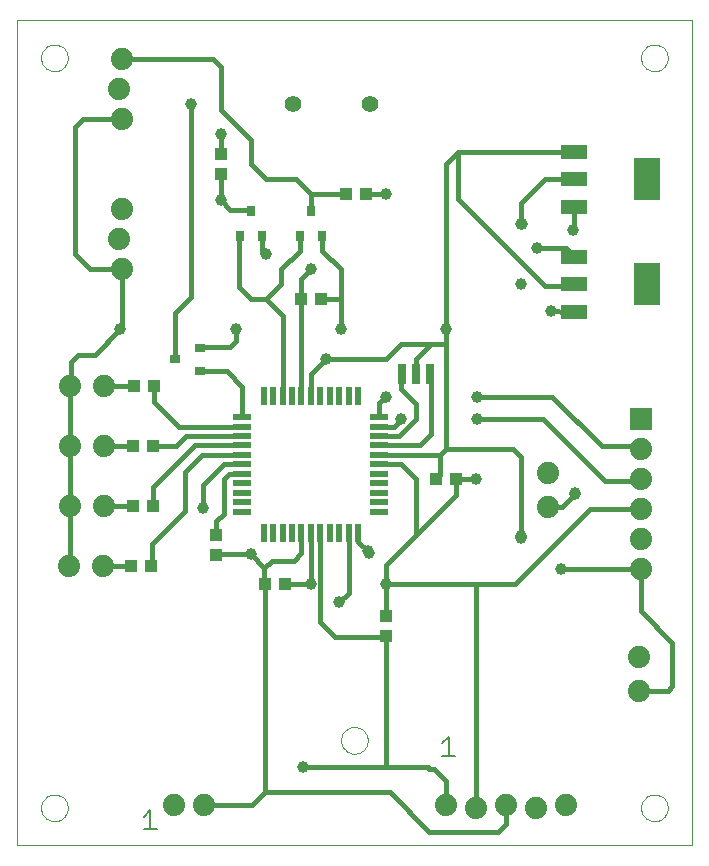
<source format=gtl>
G75*
G70*
%OFA0B0*%
%FSLAX24Y24*%
%IPPOS*%
%LPD*%
%AMOC8*
5,1,8,0,0,1.08239X$1,22.5*
%
%ADD10C,0.0000*%
%ADD11C,0.0060*%
%ADD12R,0.0591X0.0197*%
%ADD13R,0.0197X0.0591*%
%ADD14R,0.0433X0.0394*%
%ADD15R,0.0276X0.0669*%
%ADD16C,0.0554*%
%ADD17R,0.0394X0.0433*%
%ADD18R,0.0315X0.0354*%
%ADD19R,0.0354X0.0315*%
%ADD20C,0.0740*%
%ADD21R,0.0880X0.0480*%
%ADD22R,0.0866X0.1417*%
%ADD23R,0.0740X0.0740*%
%ADD24C,0.0160*%
%ADD25C,0.0396*%
D10*
X000100Y000100D02*
X000100Y027600D01*
X022600Y027600D01*
X022600Y000100D01*
X000100Y000100D01*
X000905Y001350D02*
X000907Y001392D01*
X000913Y001433D01*
X000922Y001474D01*
X000936Y001513D01*
X000953Y001551D01*
X000974Y001587D01*
X000997Y001622D01*
X001024Y001653D01*
X001054Y001683D01*
X001087Y001709D01*
X001122Y001732D01*
X001158Y001752D01*
X001197Y001768D01*
X001237Y001780D01*
X001277Y001789D01*
X001319Y001794D01*
X001360Y001795D01*
X001402Y001792D01*
X001443Y001785D01*
X001484Y001774D01*
X001523Y001760D01*
X001560Y001742D01*
X001596Y001721D01*
X001630Y001696D01*
X001661Y001668D01*
X001689Y001638D01*
X001715Y001605D01*
X001737Y001569D01*
X001756Y001532D01*
X001771Y001493D01*
X001783Y001453D01*
X001791Y001412D01*
X001795Y001371D01*
X001795Y001329D01*
X001791Y001288D01*
X001783Y001247D01*
X001771Y001207D01*
X001756Y001168D01*
X001737Y001131D01*
X001715Y001095D01*
X001689Y001062D01*
X001661Y001032D01*
X001630Y001004D01*
X001596Y000979D01*
X001560Y000958D01*
X001523Y000940D01*
X001484Y000926D01*
X001443Y000915D01*
X001402Y000908D01*
X001360Y000905D01*
X001319Y000906D01*
X001277Y000911D01*
X001237Y000920D01*
X001197Y000932D01*
X001158Y000948D01*
X001122Y000968D01*
X001087Y000991D01*
X001054Y001017D01*
X001024Y001047D01*
X000997Y001078D01*
X000974Y001113D01*
X000953Y001149D01*
X000936Y001187D01*
X000922Y001226D01*
X000913Y001267D01*
X000907Y001308D01*
X000905Y001350D01*
X010905Y003600D02*
X010907Y003642D01*
X010913Y003683D01*
X010922Y003724D01*
X010936Y003763D01*
X010953Y003801D01*
X010974Y003837D01*
X010997Y003872D01*
X011024Y003903D01*
X011054Y003933D01*
X011087Y003959D01*
X011122Y003982D01*
X011158Y004002D01*
X011197Y004018D01*
X011237Y004030D01*
X011277Y004039D01*
X011319Y004044D01*
X011360Y004045D01*
X011402Y004042D01*
X011443Y004035D01*
X011484Y004024D01*
X011523Y004010D01*
X011560Y003992D01*
X011596Y003971D01*
X011630Y003946D01*
X011661Y003918D01*
X011689Y003888D01*
X011715Y003855D01*
X011737Y003819D01*
X011756Y003782D01*
X011771Y003743D01*
X011783Y003703D01*
X011791Y003662D01*
X011795Y003621D01*
X011795Y003579D01*
X011791Y003538D01*
X011783Y003497D01*
X011771Y003457D01*
X011756Y003418D01*
X011737Y003381D01*
X011715Y003345D01*
X011689Y003312D01*
X011661Y003282D01*
X011630Y003254D01*
X011596Y003229D01*
X011560Y003208D01*
X011523Y003190D01*
X011484Y003176D01*
X011443Y003165D01*
X011402Y003158D01*
X011360Y003155D01*
X011319Y003156D01*
X011277Y003161D01*
X011237Y003170D01*
X011197Y003182D01*
X011158Y003198D01*
X011122Y003218D01*
X011087Y003241D01*
X011054Y003267D01*
X011024Y003297D01*
X010997Y003328D01*
X010974Y003363D01*
X010953Y003399D01*
X010936Y003437D01*
X010922Y003476D01*
X010913Y003517D01*
X010907Y003558D01*
X010905Y003600D01*
X020905Y001350D02*
X020907Y001392D01*
X020913Y001433D01*
X020922Y001474D01*
X020936Y001513D01*
X020953Y001551D01*
X020974Y001587D01*
X020997Y001622D01*
X021024Y001653D01*
X021054Y001683D01*
X021087Y001709D01*
X021122Y001732D01*
X021158Y001752D01*
X021197Y001768D01*
X021237Y001780D01*
X021277Y001789D01*
X021319Y001794D01*
X021360Y001795D01*
X021402Y001792D01*
X021443Y001785D01*
X021484Y001774D01*
X021523Y001760D01*
X021560Y001742D01*
X021596Y001721D01*
X021630Y001696D01*
X021661Y001668D01*
X021689Y001638D01*
X021715Y001605D01*
X021737Y001569D01*
X021756Y001532D01*
X021771Y001493D01*
X021783Y001453D01*
X021791Y001412D01*
X021795Y001371D01*
X021795Y001329D01*
X021791Y001288D01*
X021783Y001247D01*
X021771Y001207D01*
X021756Y001168D01*
X021737Y001131D01*
X021715Y001095D01*
X021689Y001062D01*
X021661Y001032D01*
X021630Y001004D01*
X021596Y000979D01*
X021560Y000958D01*
X021523Y000940D01*
X021484Y000926D01*
X021443Y000915D01*
X021402Y000908D01*
X021360Y000905D01*
X021319Y000906D01*
X021277Y000911D01*
X021237Y000920D01*
X021197Y000932D01*
X021158Y000948D01*
X021122Y000968D01*
X021087Y000991D01*
X021054Y001017D01*
X021024Y001047D01*
X020997Y001078D01*
X020974Y001113D01*
X020953Y001149D01*
X020936Y001187D01*
X020922Y001226D01*
X020913Y001267D01*
X020907Y001308D01*
X020905Y001350D01*
X020905Y026350D02*
X020907Y026392D01*
X020913Y026433D01*
X020922Y026474D01*
X020936Y026513D01*
X020953Y026551D01*
X020974Y026587D01*
X020997Y026622D01*
X021024Y026653D01*
X021054Y026683D01*
X021087Y026709D01*
X021122Y026732D01*
X021158Y026752D01*
X021197Y026768D01*
X021237Y026780D01*
X021277Y026789D01*
X021319Y026794D01*
X021360Y026795D01*
X021402Y026792D01*
X021443Y026785D01*
X021484Y026774D01*
X021523Y026760D01*
X021560Y026742D01*
X021596Y026721D01*
X021630Y026696D01*
X021661Y026668D01*
X021689Y026638D01*
X021715Y026605D01*
X021737Y026569D01*
X021756Y026532D01*
X021771Y026493D01*
X021783Y026453D01*
X021791Y026412D01*
X021795Y026371D01*
X021795Y026329D01*
X021791Y026288D01*
X021783Y026247D01*
X021771Y026207D01*
X021756Y026168D01*
X021737Y026131D01*
X021715Y026095D01*
X021689Y026062D01*
X021661Y026032D01*
X021630Y026004D01*
X021596Y025979D01*
X021560Y025958D01*
X021523Y025940D01*
X021484Y025926D01*
X021443Y025915D01*
X021402Y025908D01*
X021360Y025905D01*
X021319Y025906D01*
X021277Y025911D01*
X021237Y025920D01*
X021197Y025932D01*
X021158Y025948D01*
X021122Y025968D01*
X021087Y025991D01*
X021054Y026017D01*
X021024Y026047D01*
X020997Y026078D01*
X020974Y026113D01*
X020953Y026149D01*
X020936Y026187D01*
X020922Y026226D01*
X020913Y026267D01*
X020907Y026308D01*
X020905Y026350D01*
X000905Y026350D02*
X000907Y026392D01*
X000913Y026433D01*
X000922Y026474D01*
X000936Y026513D01*
X000953Y026551D01*
X000974Y026587D01*
X000997Y026622D01*
X001024Y026653D01*
X001054Y026683D01*
X001087Y026709D01*
X001122Y026732D01*
X001158Y026752D01*
X001197Y026768D01*
X001237Y026780D01*
X001277Y026789D01*
X001319Y026794D01*
X001360Y026795D01*
X001402Y026792D01*
X001443Y026785D01*
X001484Y026774D01*
X001523Y026760D01*
X001560Y026742D01*
X001596Y026721D01*
X001630Y026696D01*
X001661Y026668D01*
X001689Y026638D01*
X001715Y026605D01*
X001737Y026569D01*
X001756Y026532D01*
X001771Y026493D01*
X001783Y026453D01*
X001791Y026412D01*
X001795Y026371D01*
X001795Y026329D01*
X001791Y026288D01*
X001783Y026247D01*
X001771Y026207D01*
X001756Y026168D01*
X001737Y026131D01*
X001715Y026095D01*
X001689Y026062D01*
X001661Y026032D01*
X001630Y026004D01*
X001596Y025979D01*
X001560Y025958D01*
X001523Y025940D01*
X001484Y025926D01*
X001443Y025915D01*
X001402Y025908D01*
X001360Y025905D01*
X001319Y025906D01*
X001277Y025911D01*
X001237Y025920D01*
X001197Y025932D01*
X001158Y025948D01*
X001122Y025968D01*
X001087Y025991D01*
X001054Y026017D01*
X001024Y026047D01*
X000997Y026078D01*
X000974Y026113D01*
X000953Y026149D01*
X000936Y026187D01*
X000922Y026226D01*
X000913Y026267D01*
X000907Y026308D01*
X000905Y026350D01*
D11*
X014494Y003721D02*
X014494Y003080D01*
X014707Y003080D02*
X014280Y003080D01*
X014280Y003507D02*
X014494Y003721D01*
X004757Y000630D02*
X004330Y000630D01*
X004544Y000630D02*
X004544Y001271D01*
X004330Y001057D01*
D12*
X007617Y011225D03*
X007617Y011540D03*
X007617Y011855D03*
X007617Y012170D03*
X007617Y012485D03*
X007617Y012800D03*
X007617Y013115D03*
X007617Y013430D03*
X007617Y013745D03*
X007617Y014060D03*
X007617Y014375D03*
X012183Y014375D03*
X012183Y014060D03*
X012183Y013745D03*
X012183Y013430D03*
X012183Y013115D03*
X012183Y012800D03*
X012183Y012485D03*
X012183Y012170D03*
X012183Y011855D03*
X012183Y011540D03*
X012183Y011225D03*
D13*
X011475Y010517D03*
X011160Y010517D03*
X010845Y010517D03*
X010530Y010517D03*
X010215Y010517D03*
X009900Y010517D03*
X009585Y010517D03*
X009270Y010517D03*
X008955Y010517D03*
X008640Y010517D03*
X008325Y010517D03*
X008325Y015083D03*
X008640Y015083D03*
X008955Y015083D03*
X009270Y015083D03*
X009585Y015083D03*
X009900Y015083D03*
X010215Y015083D03*
X010530Y015083D03*
X010845Y015083D03*
X011160Y015083D03*
X011475Y015083D03*
D14*
X014065Y012300D03*
X014735Y012300D03*
X010235Y018300D03*
X009565Y018300D03*
X011065Y021800D03*
X011735Y021800D03*
X004685Y015400D03*
X004015Y015400D03*
X003965Y013400D03*
X004635Y013400D03*
X004635Y011400D03*
X003965Y011400D03*
X003915Y009400D03*
X004585Y009400D03*
X008365Y008800D03*
X009035Y008800D03*
D15*
X012928Y015800D03*
X013400Y015800D03*
X013872Y015800D03*
D16*
X011880Y024800D03*
X009320Y024800D03*
D17*
X006900Y023135D03*
X006900Y022465D03*
X006750Y010435D03*
X006750Y009765D03*
X012400Y007735D03*
X012400Y007065D03*
D18*
X010274Y020406D03*
X009900Y021233D03*
X009526Y020406D03*
X008274Y020406D03*
X007526Y020406D03*
X007900Y021233D03*
D19*
X006194Y016674D03*
X006194Y015926D03*
X005367Y016300D03*
D20*
X003020Y015400D03*
X001880Y015400D03*
X001880Y013400D03*
X003020Y013400D03*
X003020Y011400D03*
X001880Y011400D03*
X001830Y009400D03*
X002970Y009400D03*
X005350Y001450D03*
X006350Y001450D03*
X014400Y001450D03*
X015400Y001350D03*
X016400Y001450D03*
X017400Y001350D03*
X018400Y001450D03*
X020850Y005230D03*
X020850Y006370D03*
X020900Y009300D03*
X020900Y010300D03*
X020900Y011300D03*
X020900Y012300D03*
X020900Y013300D03*
X017800Y012520D03*
X017800Y011380D03*
X003600Y019300D03*
X003500Y020300D03*
X003600Y021300D03*
X003600Y024300D03*
X003500Y025300D03*
X003600Y026300D03*
D21*
X018680Y023210D03*
X018680Y022300D03*
X018680Y021390D03*
X018680Y019710D03*
X018680Y018800D03*
X018680Y017890D03*
D22*
X021120Y018800D03*
X021120Y022300D03*
D23*
X020900Y014300D03*
D24*
X020800Y013400D02*
X020900Y013300D01*
X020800Y013400D02*
X019600Y013400D01*
X017950Y015050D01*
X015450Y015050D01*
X015450Y014300D02*
X017650Y014300D01*
X019700Y012250D01*
X020800Y012250D01*
X020900Y012300D01*
X020900Y011300D02*
X019200Y011300D01*
X016700Y008800D01*
X015450Y008800D01*
X015400Y008750D01*
X015400Y001350D01*
X014400Y001450D02*
X014400Y002250D01*
X014000Y002650D01*
X013850Y002650D01*
X013800Y002700D01*
X012400Y002700D01*
X009650Y002700D01*
X008365Y001865D02*
X012535Y001865D01*
X013850Y000550D01*
X016150Y000550D01*
X016400Y000800D01*
X016400Y001450D01*
X016450Y001400D01*
X012400Y002700D02*
X012400Y007065D01*
X012385Y007050D01*
X010700Y007050D01*
X010215Y007535D01*
X010215Y010517D01*
X009900Y010517D02*
X009900Y008800D01*
X009035Y008800D01*
X008365Y008800D02*
X008365Y001865D01*
X007950Y001450D01*
X006350Y001450D01*
X010850Y008200D02*
X011160Y008510D01*
X011160Y010517D01*
X011475Y010517D02*
X011475Y010225D01*
X011800Y009900D01*
X011850Y009850D01*
X012400Y009450D02*
X013400Y010450D01*
X014735Y011785D01*
X014735Y012300D01*
X015400Y012300D01*
X014400Y013300D02*
X016650Y013300D01*
X016900Y013050D01*
X016900Y010350D01*
X017800Y011380D02*
X018280Y011380D01*
X018700Y011800D01*
X018250Y009300D02*
X020900Y009300D01*
X020900Y007900D01*
X021950Y006850D01*
X021950Y005400D01*
X021800Y005250D01*
X020870Y005250D01*
X020850Y005230D01*
X015450Y008800D02*
X012400Y008800D01*
X012400Y009450D01*
X012400Y008800D02*
X012400Y007735D01*
X013400Y010450D02*
X013400Y012300D01*
X012900Y012800D01*
X012183Y012800D01*
X012183Y013115D02*
X014215Y013115D01*
X014215Y012450D01*
X014065Y012300D01*
X014215Y013115D02*
X014400Y013300D01*
X014400Y016800D01*
X013900Y016800D01*
X012900Y016800D01*
X012400Y016300D01*
X010400Y016300D01*
X009900Y015800D01*
X009900Y015083D01*
X009585Y015083D02*
X009585Y018985D01*
X009900Y019300D01*
X009526Y019926D02*
X008900Y019300D01*
X008900Y018800D01*
X008400Y018300D01*
X007900Y018300D01*
X007500Y018700D01*
X007500Y020180D01*
X007526Y020406D01*
X008274Y020406D02*
X008274Y019926D01*
X008400Y019800D01*
X009526Y019926D02*
X009526Y020406D01*
X009900Y021233D02*
X009900Y021800D01*
X009400Y022300D01*
X008400Y022300D01*
X007900Y022800D01*
X007900Y023600D01*
X006900Y024600D01*
X006900Y026050D01*
X006650Y026300D01*
X003600Y026300D01*
X003600Y024300D02*
X002300Y024300D01*
X002050Y024050D01*
X002050Y019800D01*
X002550Y019300D01*
X003600Y019300D01*
X003600Y017350D01*
X003550Y017300D01*
X002700Y016450D01*
X002150Y016450D01*
X001900Y016200D01*
X001900Y015420D01*
X001880Y015400D01*
X001880Y013400D01*
X001880Y011400D01*
X001880Y009450D01*
X001830Y009400D01*
X002970Y009400D02*
X003915Y009400D01*
X004585Y009400D02*
X004600Y009415D01*
X004600Y010150D01*
X005700Y011250D01*
X005700Y012550D01*
X006265Y013115D01*
X007617Y013115D01*
X007617Y013430D02*
X006030Y013430D01*
X004650Y012050D01*
X004650Y011415D01*
X004635Y011400D01*
X003965Y011400D02*
X003020Y011400D01*
X003020Y013400D02*
X003965Y013400D01*
X004635Y013400D02*
X005400Y013400D01*
X005745Y013745D01*
X007617Y013745D01*
X007607Y014050D02*
X007617Y014060D01*
X007607Y014050D02*
X005500Y014050D01*
X004685Y014865D01*
X004685Y015400D01*
X004015Y015400D02*
X003020Y015400D01*
X001950Y015470D02*
X001880Y015400D01*
X005367Y016300D02*
X005367Y017834D01*
X005900Y018367D01*
X005900Y024800D01*
X006900Y023800D02*
X006900Y023135D01*
X006900Y022465D02*
X006900Y021600D01*
X007217Y021283D01*
X007850Y021283D01*
X007900Y021233D01*
X009900Y021800D02*
X011065Y021800D01*
X011735Y021800D02*
X012400Y021800D01*
X014400Y022800D02*
X014400Y017300D01*
X014400Y016800D01*
X013900Y016800D02*
X013400Y016300D01*
X013400Y015800D01*
X013872Y015800D02*
X013900Y015772D01*
X013900Y013800D01*
X013530Y013430D01*
X012183Y013430D01*
X012183Y013745D02*
X012845Y013745D01*
X013400Y014300D01*
X013400Y014800D01*
X012900Y015300D01*
X012900Y015772D01*
X012928Y015800D01*
X012400Y015050D02*
X012183Y014833D01*
X012183Y014375D01*
X012183Y014060D02*
X012660Y014060D01*
X012900Y014300D01*
X010900Y017300D02*
X010900Y018250D01*
X010850Y018300D01*
X010235Y018300D01*
X009585Y018280D02*
X009565Y018300D01*
X009585Y018280D02*
X009585Y015083D01*
X008955Y015083D02*
X008955Y017745D01*
X008400Y018300D01*
X007400Y017300D02*
X007400Y016900D01*
X007200Y016700D01*
X006220Y016700D01*
X006194Y016674D01*
X006194Y015926D02*
X006220Y015900D01*
X007100Y015900D01*
X007617Y015383D01*
X007617Y014375D01*
X007617Y012800D02*
X007000Y012800D01*
X006300Y012100D01*
X006300Y011350D01*
X006750Y010900D02*
X006750Y010435D01*
X006750Y010900D02*
X007000Y011150D01*
X007000Y012300D01*
X007185Y012485D01*
X007617Y012485D01*
X009585Y010517D02*
X009585Y009838D01*
X009335Y009588D01*
X008588Y009588D01*
X008350Y009350D01*
X007900Y009800D01*
X006785Y009800D01*
X006750Y009765D01*
X008350Y009350D02*
X008350Y008815D01*
X008365Y008800D01*
X010900Y018250D02*
X010900Y019300D01*
X010274Y019926D01*
X010274Y020406D01*
X014400Y022800D02*
X014810Y023210D01*
X014810Y021640D01*
X017700Y018750D01*
X018630Y018750D01*
X018680Y018800D01*
X018680Y017890D02*
X018490Y017890D01*
X017900Y017900D01*
X018680Y019710D02*
X018390Y020000D01*
X017450Y020000D01*
X016900Y020800D02*
X016900Y021500D01*
X017700Y022300D01*
X018680Y022300D01*
X018680Y021390D02*
X018680Y020630D01*
X018650Y020600D01*
X018680Y023210D02*
X014810Y023210D01*
D25*
X016900Y020800D03*
X016950Y020800D03*
X017450Y020000D03*
X016900Y018800D03*
X017900Y017900D03*
X018650Y020600D03*
X014400Y017300D03*
X015450Y015050D03*
X015450Y014300D03*
X015400Y012300D03*
X016900Y010400D03*
X016900Y010350D03*
X018250Y009300D03*
X018700Y011800D03*
X018700Y011850D03*
X012900Y014300D03*
X012400Y015050D03*
X010900Y017300D03*
X010400Y016300D03*
X009900Y019300D03*
X008400Y019800D03*
X006900Y021600D03*
X006900Y023800D03*
X005900Y024800D03*
X007400Y017300D03*
X003550Y017300D03*
X006300Y011350D03*
X007900Y009800D03*
X009900Y008800D03*
X010850Y008200D03*
X011850Y009850D03*
X011800Y009900D03*
X012400Y008800D03*
X009650Y002700D03*
X012400Y021800D03*
M02*

</source>
